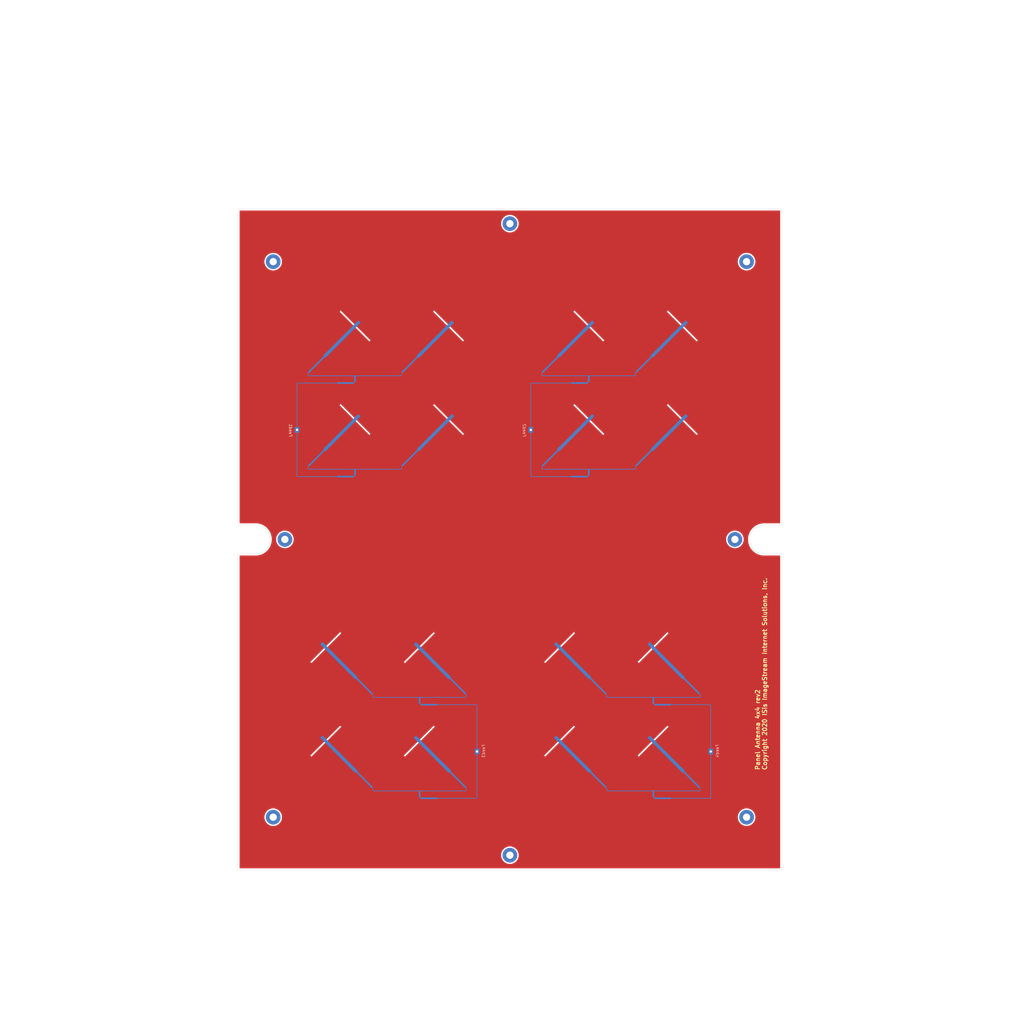
<source format=kicad_pcb>
(kicad_pcb (version 20210126) (generator pcbnew)
  (layers (0 "F.Cu" signal) (31 "B.Cu" signal) (34 "B.Paste" user) (35 "F.Paste" user) (36 "B.SilkS" user "B.Silkscreen") (37 "F.SilkS" user "F.Silkscreen") (38 "B.Mask" user) (39 "F.Mask" user) (44 "Edge.Cuts" user))
  (net 0 "")
  (net 1 "GND")
  (net 2 "/A1E3")
  (net 3 "/A1E5")
  (net 4 "/A1P1")
  (footprint "Scott-RF-JLCPCB-600um7628-2layer:Feed_5.5_Linear_ApertureCoupled" (layer "F.Cu") (at 110 150 135)
    (fp_text reference "AE5" hide)
    (fp_text value "Antenna" hide)
    (fp_rect (start -14.69 -0.5545) (end 2.178 0.5545) (layer "B.Cu") (width 0.0001) (fill solid))
    (pad "1" smd rect (at -14.1355 -0.001 135) (size 1.109 1.109) (layers "B.Cu") (net 3 "/A1E5"))
    (zone (net 0) (net_name "") (layer "F.Cu") (name "Aperture") (connect_pads (clearance 0)) (min_thickness 0.254)
      (keepout (tracks not_allowed) (vias not_allowed) (pads not_allowed) (copperpour not_allowed) (footprints not_allowed))
      (fill (thermal_gap 0.508) (thermal_bridge_width 0.508))
      (polygon (pts (xy 114.905094 144.708614) (xy 115.291386 145.094906) (xy 105.094906 155.291386) (xy 104.708614 154.905094)))
    )
  )
  (footprint "MountingHole:MountingHole_2.5mm_Pad_TopBottom" (layer "F.Cu") (at 93 5)
    (fp_text reference "H10" hide)
    (fp_text value "Mounting Hole")
    (pad "1" connect circle (at 0 0) (size 5 5) (layers "B.Cu" "B.Mask"))
    (pad "1" thru_hole circle (at 0 0) (size 2.9 2.9) (drill 2.5) (layers *.Cu *.Mask))
    (pad "1" connect circle (at 0 0) (size 5 5) (layers "F.Cu" "F.Mask"))
  )
  (footprint "MountingHole:MountingHole_2.5mm_Pad_TopBottom" (layer "F.Cu") (at 170 113)
    (fp_text reference "H12" hide)
    (fp_text value "Mounting Hole")
    (pad "1" thru_hole circle (at 0 0) (size 2.9 2.9) (drill 2.5) (layers *.Cu *.Mask))
    (pad "1" connect circle (at 0 0) (size 5 5) (layers "F.Cu" "F.Mask"))
    (pad "1" connect circle (at 0 0) (size 5 5) (layers "B.Cu" "B.Mask"))
  )
  (footprint "Scott-RF-JLCPCB-600um7628-2layer:Feed_5.5_Linear_ApertureCoupled" (layer "F.Cu") (at 72 72 45)
    (fp_text reference "AE5" hide)
    (fp_text value "Antenna" hide)
    (fp_rect (start -14.69 -0.5545) (end 2.178 0.5545) (layer "B.Cu") (width 0.0001) (fill solid))
    (pad "1" smd rect (at -14.1355 -0.001 45) (size 1.109 1.109) (layers "B.Cu") (net 3 "/A1E5"))
    (zone (net 0) (net_name "") (layer "F.Cu") (name "Aperture") (connect_pads (clearance 0)) (min_thickness 0.254)
      (keepout (tracks not_allowed) (vias not_allowed) (pads not_allowed) (copperpour not_allowed) (footprints not_allowed))
      (fill (thermal_gap 0.508) (thermal_bridge_width 0.508))
      (polygon (pts (xy 77.291386 76.905094) (xy 76.905094 77.291386) (xy 66.708614 67.094906) (xy 67.094906 66.708614)))
    )
  )
  (footprint "Scott-RF-JLCPCB-600um7628-2layer:Feed_5.5_Linear_ApertureCoupled" (layer "F.Cu") (at 62 182 135)
    (fp_text reference "AE5" hide)
    (fp_text value "Antenna" hide)
    (fp_rect (start -14.69 -0.5545) (end 2.178 0.5545) (layer "B.Cu") (width 0.0001) (fill solid))
    (pad "1" smd rect (at -14.1355 -0.001 135) (size 1.109 1.109) (layers "B.Cu") (net 3 "/A1E5"))
    (zone (net 0) (net_name "") (layer "F.Cu") (name "Aperture") (connect_pads (clearance 0)) (min_thickness 0.254)
      (keepout (tracks not_allowed) (vias not_allowed) (pads not_allowed) (copperpour not_allowed) (footprints not_allowed))
      (fill (thermal_gap 0.508) (thermal_bridge_width 0.508))
      (polygon (pts (xy 66.905094 176.708614) (xy 67.291386 177.094906) (xy 57.094906 187.291386) (xy 56.708614 186.905094)))
    )
  )
  (footprint "Scott-RF-JLCPCB-600um7628-2layer:Feed_5.5_Linear_ApertureCoupled" (layer "F.Cu") (at 120 72 45)
    (fp_text reference "AE5" hide)
    (fp_text value "Antenna" hide)
    (fp_rect (start -14.69 -0.5545) (end 2.178 0.5545) (layer "B.Cu") (width 0.0001) (fill solid))
    (pad "1" smd rect (at -14.1355 -0.001 45) (size 1.109 1.109) (layers "B.Cu") (net 3 "/A1E5"))
    (zone (net 0) (net_name "") (layer "F.Cu") (name "Aperture") (connect_pads (clearance 0)) (min_thickness 0.254)
      (keepout (tracks not_allowed) (vias not_allowed) (pads not_allowed) (copperpour not_allowed) (footprints not_allowed))
      (fill (thermal_gap 0.508) (thermal_bridge_width 0.508))
      (polygon (pts (xy 125.291386 76.905094) (xy 124.905094 77.291386) (xy 114.708614 67.094906) (xy 115.094906 66.708614)))
    )
  )
  (footprint "Scott-RF-JLCPCB-600um7628-2layer:Feed_5.5_Linear_ApertureCoupled" (layer "F.Cu") (at 30 182 135)
    (fp_text reference "AE5" hide)
    (fp_text value "Antenna" hide)
    (fp_rect (start -14.69 -0.5545) (end 2.178 0.5545) (layer "B.Cu") (width 0.0001) (fill solid))
    (pad "1" smd rect (at -14.1355 -0.001 135) (size 1.109 1.109) (layers "B.Cu") (net 3 "/A1E5"))
    (zone (net 0) (net_name "") (layer "F.Cu") (name "Aperture") (connect_pads (clearance 0)) (min_thickness 0.254)
      (keepout (tracks not_allowed) (vias not_allowed) (pads not_allowed) (copperpour not_allowed) (footprints not_allowed))
      (fill (thermal_gap 0.508) (thermal_bridge_width 0.508))
      (polygon (pts (xy 34.905094 176.708614) (xy 35.291386 177.094906) (xy 25.094906 187.291386) (xy 24.708614 186.905094)))
    )
  )
  (footprint "Scott-RF-JLCPCB-600um7628-2layer:Feed_5.5_Linear_ApertureCoupled" (layer "F.Cu") (at 72 40 45)
    (fp_text reference "AE5" hide)
    (fp_text value "Antenna" hide)
    (fp_rect (start -14.69 -0.5545) (end 2.178 0.5545) (layer "B.Cu") (width 0.0001) (fill solid))
    (pad "1" smd rect (at -14.1355 -0.001 45) (size 1.109 1.109) (layers "B.Cu") (net 3 "/A1E5"))
    (zone (net 0) (net_name "") (layer "F.Cu") (name "Aperture") (connect_pads (clearance 0)) (min_thickness 0.254)
      (keepout (tracks not_allowed) (vias not_allowed) (pads not_allowed) (copperpour not_allowed) (footprints not_allowed))
      (fill (thermal_gap 0.508) (thermal_bridge_width 0.508))
      (polygon (pts (xy 77.291386 44.905094) (xy 76.905094 45.291386) (xy 66.708614 35.094906) (xy 67.094906 34.708614)))
    )
  )
  (footprint "Scott-RF-JLCPCB-600um7628-2layer:Feed_5.5_Linear_ApertureCoupled" (layer "F.Cu") (at 40 40 45)
    (fp_text reference "AE5" hide)
    (fp_text value "Antenna" hide)
    (fp_rect (start -14.69 -0.5545) (end 2.178 0.5545) (layer "B.Cu") (width 0.0001) (fill solid))
    (pad "1" smd rect (at -14.1355 -0.001 45) (size 1.109 1.109) (layers "B.Cu") (net 3 "/A1E5"))
    (zone (net 0) (net_name "") (layer "F.Cu") (name "Aperture") (connect_pads (clearance 0)) (min_thickness 0.254)
      (keepout (tracks not_allowed) (vias not_allowed) (pads not_allowed) (copperpour not_allowed) (footprints not_allowed))
      (fill (thermal_gap 0.508) (thermal_bridge_width 0.508))
      (polygon (pts (xy 45.291386 44.905094) (xy 44.905094 45.291386) (xy 34.708614 35.094906) (xy 35.094906 34.708614)))
    )
  )
  (footprint "Scott-RF-JLCPCB-600um7628-2layer:Feed_5.5_Linear_ApertureCoupled" (layer "F.Cu") (at 30 150 135)
    (fp_text reference "AE5" hide)
    (fp_text value "Antenna" hide)
    (fp_rect (start -14.69 -0.5545) (end 2.178 0.5545) (layer "B.Cu") (width 0.0001) (fill solid))
    (pad "1" smd rect (at -14.1355 -0.001 135) (size 1.109 1.109) (layers "B.Cu") (net 3 "/A1E5"))
    (zone (net 0) (net_name "") (layer "F.Cu") (name "Aperture") (connect_pads (clearance 0)) (min_thickness 0.254)
      (keepout (tracks not_allowed) (vias not_allowed) (pads not_allowed) (copperpour not_allowed) (footprints not_allowed))
      (fill (thermal_gap 0.508) (thermal_bridge_width 0.508))
      (polygon (pts (xy 34.905094 144.708614) (xy 35.291386 145.094906) (xy 25.094906 155.291386) (xy 24.708614 154.905094)))
    )
  )
  (footprint "MountingHole:MountingHole_2.5mm_Pad_TopBottom" (layer "F.Cu") (at 174 208 90)
    (fp_text reference "H4" hide)
    (fp_text value "Mounting Hole")
    (pad "1" connect circle (at 0 0 90) (size 5 5) (layers "B.Cu" "B.Mask"))
    (pad "1" thru_hole circle (at 0 0 90) (size 2.9 2.9) (drill 2.5) (layers *.Cu *.Mask))
    (pad "1" connect circle (at 0 0 90) (size 5 5) (layers "F.Cu" "F.Mask"))
  )
  (footprint "Scott-RF-JLCPCB-600um7628-2layer:Feed_5.5_Linear_ApertureCoupled" (layer "F.Cu") (at 62 150 135)
    (fp_text reference "AE5" hide)
    (fp_text value "Antenna" hide)
    (fp_rect (start -14.69 -0.5545) (end 2.178 0.5545) (layer "B.Cu") (width 0.0001) (fill solid))
    (pad "1" smd rect (at -14.1355 -0.001 135) (size 1.109 1.109) (layers "B.Cu") (net 3 "/A1E5"))
    (zone (net 0) (net_name "") (layer "F.Cu") (name "Aperture") (connect_pads (clearance 0)) (min_thickness 0.254)
      (keepout (tracks not_allowed) (vias not_allowed) (pads not_allowed) (copperpour not_allowed) (footprints not_allowed))
      (fill (thermal_gap 0.508) (thermal_bridge_width 0.508))
      (polygon (pts (xy 66.905094 144.708614) (xy 67.291386 145.094906) (xy 57.094906 155.291386) (xy 56.708614 154.905094)))
    )
  )
  (footprint "Scott-RF-JLCPCB-600um7628-2layer:Feed_5.5_Linear_ApertureCoupled" (layer "F.Cu") (at 40 72 45)
    (fp_text reference "AE5" hide)
    (fp_text value "Antenna" hide)
    (fp_rect (start -14.69 -0.5545) (end 2.178 0.5545) (layer "B.Cu") (width 0.0001) (fill solid))
    (pad "1" smd rect (at -14.1355 -0.001 45) (size 1.109 1.109) (layers "B.Cu") (net 3 "/A1E5"))
    (zone (net 0) (net_name "") (layer "F.Cu") (name "Aperture") (connect_pads (clearance 0)) (min_thickness 0.254)
      (keepout (tracks not_allowed) (vias not_allowed) (pads not_allowed) (copperpour not_allowed) (footprints not_allowed))
      (fill (thermal_gap 0.508) (thermal_bridge_width 0.508))
      (polygon (pts (xy 45.291386 76.905094) (xy 44.905094 77.291386) (xy 34.708614 67.094906) (xy 35.094906 66.708614)))
    )
  )
  (footprint "Scott-RF-JLCPCB-600um7628-2layer:Feed_5.5_Linear_ApertureCoupled" (layer "F.Cu") (at 120 40 45)
    (fp_text reference "AE5" hide)
    (fp_text value "Antenna" hide)
    (fp_rect (start -14.69 -0.5545) (end 2.178 0.5545) (layer "B.Cu") (width 0.0001) (fill solid))
    (pad "1" smd rect (at -14.1355 -0.001 45) (size 1.109 1.109) (layers "B.Cu") (net 3 "/A1E5"))
    (zone (net 0) (net_name "") (layer "F.Cu") (name "Aperture") (connect_pads (clearance 0)) (min_thickness 0.254)
      (keepout (tracks not_allowed) (vias not_allowed) (pads not_allowed) (copperpour not_allowed) (footprints not_allowed))
      (fill (thermal_gap 0.508) (thermal_bridge_width 0.508))
      (polygon (pts (xy 125.291386 44.905094) (xy 124.905094 45.291386) (xy 114.708614 35.094906) (xy 115.094906 34.708614)))
    )
  )
  (footprint "Scott-RF-JLCPCB-600um7628-2layer:Feed_5.5_Linear_ApertureCoupled" (layer "F.Cu") (at 152 40 45)
    (fp_text reference "AE5" hide)
    (fp_text value "Antenna" hide)
    (fp_rect (start -14.69 -0.5545) (end 2.178 0.5545) (layer "B.Cu") (width 0.0001) (fill solid))
    (pad "1" smd rect (at -14.1355 -0.001 45) (size 1.109 1.109) (layers "B.Cu") (net 3 "/A1E5"))
    (zone (net 0) (net_name "") (layer "F.Cu") (name "Aperture") (connect_pads (clearance 0)) (min_thickness 0.254)
      (keepout (tracks not_allowed) (vias not_allowed) (pads not_allowed) (copperpour not_allowed) (footprints not_allowed))
      (fill (thermal_gap 0.508) (thermal_bridge_width 0.508))
      (polygon (pts (xy 157.291386 44.905094) (xy 156.905094 45.291386) (xy 146.708614 35.094906) (xy 147.094906 34.708614)))
    )
  )
  (footprint "Scott-RF-JLCPCB-600um7628-2layer:Feed_5.5_Linear_ApertureCoupled" (layer "F.Cu") (at 110 182 135)
    (fp_text reference "AE5" hide)
    (fp_text value "Antenna" hide)
    (fp_rect (start -14.69 -0.5545) (end 2.178 0.5545) (layer "B.Cu") (width 0.0001) (fill solid))
    (pad "1" smd rect (at -14.1355 -0.001 135) (size 1.109 1.109) (layers "B.Cu") (net 3 "/A1E5"))
    (zone (net 0) (net_name "") (layer "F.Cu") (name "Aperture") (connect_pads (clearance 0)) (min_thickness 0.254)
      (keepout (tracks not_allowed) (vias not_allowed) (pads not_allowed) (copperpour not_allowed) (footprints not_allowed))
      (fill (thermal_gap 0.508) (thermal_bridge_width 0.508))
      (polygon (pts (xy 114.905094 176.708614) (xy 115.291386 177.094906) (xy 105.094906 187.291386) (xy 104.708614 186.905094)))
    )
  )
  (footprint "MountingHole:MountingHole_2.5mm_Pad_TopBottom" (layer "F.Cu") (at 93 221)
    (fp_text reference "H9" hide)
    (fp_text value "Mounting Hole")
    (pad "1" connect circle (at 0 0) (size 5 5) (layers "B.Cu" "B.Mask"))
    (pad "1" thru_hole circle (at 0 0) (size 2.9 2.9) (drill 2.5) (layers *.Cu *.Mask))
    (pad "1" connect circle (at 0 0) (size 5 5) (layers "F.Cu" "F.Mask"))
  )
  (footprint "Scott-RF-JLCPCB-600um7628-2layer:Feed_5.5_Linear_ApertureCoupled" (layer "F.Cu") (at 142 182 135)
    (fp_text reference "AE5" hide)
    (fp_text value "Antenna" hide)
    (fp_rect (start -14.69 -0.5545) (end 2.178 0.5545) (layer "B.Cu") (width 0.0001) (fill solid))
    (pad "1" smd rect (at -14.1355 -0.001 135) (size 1.109 1.109) (layers "B.Cu") (net 3 "/A1E5"))
    (zone (net 0) (net_name "") (layer "F.Cu") (name "Aperture") (connect_pads (clearance 0)) (min_thickness 0.254)
      (keepout (tracks not_allowed) (vias not_allowed) (pads not_allowed) (copperpour not_allowed) (footprints not_allowed))
      (fill (thermal_gap 0.508) (thermal_bridge_width 0.508))
      (polygon (pts (xy 146.905094 176.708614) (xy 147.291386 177.094906) (xy 137.094906 187.291386) (xy 136.708614 186.905094)))
    )
  )
  (footprint "Scott-RF-JLCPCB-600um7628-2layer:Feed_5.5_Linear_ApertureCoupled" (layer "F.Cu") (at 142 150 135)
    (fp_text reference "AE5" hide)
    (fp_text value "Antenna" hide)
    (fp_rect (start -14.69 -0.5545) (end 2.178 0.5545) (layer "B.Cu") (width 0.0001) (fill solid))
    (pad "1" smd rect (at -14.1355 -0.001 135) (size 1.109 1.109) (layers "B.Cu") (net 3 "/A1E5"))
    (zone (net 0) (net_name "") (layer "F.Cu") (name "Aperture") (connect_pads (clearance 0)) (min_thickness 0.254)
      (keepout (tracks not_allowed) (vias not_allowed) (pads not_allowed) (copperpour not_allowed) (footprints not_allowed))
      (fill (thermal_gap 0.508) (thermal_bridge_width 0.508))
      (polygon (pts (xy 146.905094 144.708614) (xy 147.291386 145.094906) (xy 137.094906 155.291386) (xy 136.708614 154.905094)))
    )
  )
  (footprint "MountingHole:MountingHole_2.5mm_Pad_TopBottom" (layer "F.Cu") (at 174 18)
    (fp_text reference "H2" hide)
    (fp_text value "Mounting Hole")
    (pad "1" connect circle (at 0 0) (size 5 5) (layers "B.Cu" "B.Mask"))
    (pad "1" thru_hole circle (at 0 0) (size 2.9 2.9) (drill 2.5) (layers *.Cu *.Mask))
    (pad "1" connect circle (at 0 0) (size 5 5) (layers "F.Cu" "F.Mask"))
  )
  (footprint "MountingHole:MountingHole_2.5mm_Pad_TopBottom" (layer "F.Cu") (at 12 208)
    (fp_text reference "H3" hide)
    (fp_text value "Mounting Hole")
    (pad "1" connect circle (at 0 0) (size 5 5) (layers "F.Cu" "F.Mask"))
    (pad "1" connect circle (at 0 0) (size 5 5) (layers "B.Cu" "B.Mask"))
    (pad "1" thru_hole circle (at 0 0) (size 2.9 2.9) (drill 2.5) (layers *.Cu *.Mask))
  )
  (footprint "MountingHole:MountingHole_2.5mm_Pad_TopBottom" (layer "F.Cu") (at 12 18)
    (fp_text reference "H1" hide)
    (fp_text value "Mounting Hole")
    (pad "1" connect circle (at 0 0) (size 5 5) (layers "F.Cu" "F.Mask"))
    (pad "1" thru_hole circle (at 0 0) (size 2.9 2.9) (drill 2.5) (layers *.Cu *.Mask))
    (pad "1" connect circle (at 0 0) (size 5 5) (layers "B.Cu" "B.Mask"))
  )
  (footprint "MountingHole:MountingHole_2.5mm_Pad_TopBottom" (layer "F.Cu") (at 16 113)
    (fp_text reference "H11" hide)
    (fp_text value "Mounting Hole")
    (pad "1" connect circle (at 0 0) (size 5 5) (layers "B.Cu" "B.Mask"))
    (pad "1" connect circle (at 0 0) (size 5 5) (layers "F.Cu" "F.Mask"))
    (pad "1" thru_hole circle (at 0 0) (size 2.9 2.9) (drill 2.5) (layers *.Cu *.Mask))
  )
  (footprint "Scott-RF-JLCPCB-600um7628-2layer:Feed_5.5_Linear_ApertureCoupled" (layer "F.Cu") (at 152 72 45)
    (fp_text reference "AE5" hide)
    (fp_text value "Antenna" hide)
    (fp_rect (start -14.69 -0.5545) (end 2.178 0.5545) (layer "B.Cu") (width 0.0001) (fill solid))
    (pad "1" smd rect (at -14.1355 -0.001 45) (size 1.109 1.109) (layers "B.Cu") (net 3 "/A1E5"))
    (zone (net 0) (net_name "") (layer "F.Cu") (name "Aperture") (connect_pads (clearance 0)) (min_thickness 0.254)
      (keepout (tracks not_allowed) (vias not_allowed) (pads not_allowed) (copperpour not_allowed) (footprints not_allowed))
      (fill (thermal_gap 0.508) (thermal_bridge_width 0.508))
      (polygon (pts (xy 157.291386 76.905094) (xy 156.905094 77.291386) (xy 146.708614 67.094906) (xy 147.094906 66.708614)))
    )
  )
  (footprint "Scott-RF-JLCPCB-600um7628-2layer:RF-Angle-100ohm" (layer "B.Cu") (at 78.106975 199.024025)
    (fp_text reference "REF**" hide)
    (fp_text value "RF-Angle-100ohm" hide)
    (fp_poly (pts (xy 0.111 -0.182) (xy 0.111 -0.376) (xy -0.111 -0.376) (xy -0.111 -0.111) (xy -0.376 -0.111) (xy -0.376 0.111) (xy -0.177 0.111)) (layer "B.Cu") (width 0.0001) (fill solid))
    (pad "1" connect rect (at -0.32 0) (size 0.111 0.222) (layers "B.Cu"))
    (pad "2" connect rect (at 0 -0.32) (size 0.222 0.111) (layers "B.Cu"))
  )
  (footprint "Scott-RF-JLCPCB-600um7628-2layer:RF-Angle-100ohm" (layer "B.Cu") (at 161.746025 201.531)
    (fp_text reference "REF**" hide)
    (fp_text value "RF-Angle-100ohm" hide)
    (fp_poly (pts (xy 0.111 -0.182) (xy 0.111 -0.376) (xy -0.111 -0.376) (xy -0.111 -0.111) (xy -0.376 -0.111) (xy -0.376 0.111) (xy -0.177 0.111)) (layer "B.Cu") (width 0.0001) (fill solid))
    (pad "1" connect rect (at -0.32 0) (size 0.111 0.222) (layers "B.Cu"))
    (pad "2" connect rect (at 0 -0.32) (size 0.222 0.111) (layers "B.Cu"))
  )
  (footprint "Scott-RF-JLCPCB-600um7628-2layer:RF-Angle-100ohm" (layer "B.Cu") (at 103.999975 57.010025 -90)
    (fp_text reference "REF**" hide)
    (fp_text value "RF-Angle-100ohm" hide)
    (fp_poly (pts (xy 0.111 -0.182) (xy 0.111 -0.376) (xy -0.111 -0.376) (xy -0.111 -0.111) (xy -0.376 -0.111) (xy -0.376 0.111) (xy -0.177 0.111)) (layer "B.Cu") (width 0.0001) (fill solid))
    (pad "1" connect rect (at -0.32 0 270) (size 0.111 0.222) (layers "B.Cu"))
    (pad "2" connect rect (at 0 -0.32 270) (size 0.222 0.111) (layers "B.Cu"))
  )
  (footprint "Scott-RF-JLCPCB-600um7628-2layer:RF-Transformer-70.71ohm-Right" (layer "B.Cu") (at 62.106975 201.531)
    (fp_text reference "REF**" hide)
    (fp_text value "RF-Transformer-70.71ohm-Right" hide)
    (fp_poly (pts (xy 5.92 -0.277) (xy 5.92 0.277) (xy 0.506 0.277) (xy -0.049 -0.277) (xy 0.277 -0.277)) (layer "B.Cu") (width 0.0001) (fill solid))
    (fp_poly (pts (xy -0.277 -0.506) (xy -0.277 -2.395727) (xy 0.277 -2.395727) (xy 0.277 -0.277) (xy -0.049 -0.277)) (layer "B.Cu") (width 0.0001) (fill solid))
    (pad "1" smd rect (at 5.642 0.001) (size 0.553 0.553) (layers "B.Cu"))
    (pad "2" smd rect (at 0 -2.1192) (size 0.553 0.553) (layers "B.Cu"))
  )
  (footprint "Scott-RF-JLCPCB-600um7628-2layer:RF-Transformer-70.71ohm-Straight" (layer "B.Cu") (at 61.41 82.57 45)
    (fp_text reference "REF**" hide)
    (fp_text value "RF-Transformer-70.71ohm-Straight" hide)
    (fp_poly (pts (xy -7.364 -0.277) (xy -7.364 0.277) (xy 0.277 0.277) (xy 0.277 -0.277)) (layer "B.Cu") (width 0.0001) (fill solid))
    (pad "1" smd rect (at -7.0875 0 45) (size 0.553 0.553) (layers "B.Cu"))
    (pad "2" smd rect (at 0 0 45) (size 0.553 0.553) (layers "B.Cu") (net 3 "/A1E5"))
  )
  (footprint "Scott-RF-JLCPCB-600um7628-2layer:RF-Angle-100ohm" (layer "B.Cu") (at 158.106975 199.024025)
    (fp_text reference "REF**" hide)
    (fp_text value "RF-Angle-100ohm" hide)
    (fp_poly (pts (xy 0.111 -0.182) (xy 0.111 -0.376) (xy -0.111 -0.376) (xy -0.111 -0.111) (xy -0.376 -0.111) (xy -0.376 0.111) (xy -0.177 0.111)) (layer "B.Cu") (width 0.0001) (fill solid))
    (pad "1" connect rect (at -0.32 0) (size 0.111 0.222) (layers "B.Cu"))
    (pad "2" connect rect (at 0 -0.32) (size 0.222 0.111) (layers "B.Cu"))
  )
  (footprint "Scott-RF-JLCPCB-600um7628-2layer:RF-Transformer-70.71ohm-Straight" (layer "B.Cu") (at 120.602 192.561 135)
    (fp_text reference "REF**" hide)
    (fp_text value "RF-Transformer-70.71ohm-Straight" hide)
    (fp_poly (pts (xy -7.364 -0.277) (xy -7.364 0.277) (xy 0.277 0.277) (xy 0.277 -0.277)) (layer "B.Cu") (width 0.0001) (fill solid))
    (pad "1" smd rect (at -7.0875 0 135) (size 0.553 0.553) (layers "B.Cu"))
    (pad "2" smd rect (at 0 0 135) (size 0.553 0.553) (layers "B.Cu") (net 3 "/A1E5"))
  )
  (footprint "Scott-RF-JLCPCB-600um7628-2layer:RF-Angle-100ohm" (layer "B.Cu") (at 158.106975 167.024025)
    (fp_text reference "REF**" hide)
    (fp_text value "RF-Angle-100ohm" hide)
    (fp_poly (pts (xy 0.111 -0.182) (xy 0.111 -0.376) (xy -0.111 -0.376) (xy -0.111 -0.111) (xy -0.376 -0.111) (xy -0.376 0.111) (xy -0.177 0.111)) (layer "B.Cu") (width 0.0001) (fill solid))
    (pad "1" connect rect (at -0.32 0) (size 0.111 0.222) (layers "B.Cu"))
    (pad "2" connect rect (at 0 -0.32) (size 0.222 0.111) (layers "B.Cu"))
  )
  (footprint "Scott-RF-JLCPCB-600um7628-2layer:RF-Angle-100ohm" (layer "B.Cu") (at 103.999975 89.010025 -90)
    (fp_text reference "REF**" hide)
    (fp_text value "RF-Angle-100ohm" hide)
    (fp_poly (pts (xy 0.111 -0.182) (xy 0.111 -0.376) (xy -0.111 -0.376) (xy -0.111 -0.111) (xy -0.376 -0.111) (xy -0.376 0.111) (xy -0.177 0.111)) (layer "B.Cu") (width 0.0001) (fill solid))
    (pad "1" connect rect (at -0.32 0 270) (size 0.111 0.222) (layers "B.Cu"))
    (pad "2" connect rect (at 0 -0.32 270) (size 0.222 0.111) (layers "B.Cu"))
  )
  (footprint "Scott-RF-JLCPCB-600um7628-2layer:RF-Transformer-70.71ohm-Right" (layer "B.Cu") (at 142.106975 201.531)
    (fp_text reference "REF**" hide)
    (fp_text value "RF-Transformer-70.71ohm-Right" hide)
    (fp_poly (pts (xy 5.92 -0.277) (xy 5.92 0.277) (xy 0.506 0.277) (xy -0.049 -0.277) (xy 0.277 -0.277)) (layer "B.Cu") (width 0.0001) (fill solid))
    (fp_poly (pts (xy -0.277 -0.506) (xy -0.277 -2.395727) (xy 0.277 -2.395727) (xy 0.277 -0.277) (xy -0.049 -0.277)) (layer "B.Cu") (width 0.0001) (fill solid))
    (pad "1" smd rect (at 5.642 0.001) (size 0.553 0.553) (layers "B.Cu"))
    (pad "2" smd rect (at 0 -2.1192) (size 0.553 0.553) (layers "B.Cu"))
  )
  (footprint "Scott-RF-JLCPCB-600um7628-2layer:RF-Transformer-70.71ohm-Straight" (layer "B.Cu") (at 109.41 82.57 45)
    (fp_text reference "REF**" hide)
    (fp_text value "RF-Transformer-70.71ohm-Straight" hide)
    (fp_poly (pts (xy -7.364 -0.277) (xy -7.364 0.277) (xy 0.277 0.277) (xy 0.277 -0.277)) (layer "B.Cu") (width 0.0001) (fill solid))
    (pad "1" smd rect (at -7.0875 0 45) (size 0.553 0.553) (layers "B.Cu"))
    (pad "2" smd rect (at 0 0 45) (size 0.553 0.553) (layers "B.Cu") (net 3 "/A1E5"))
  )
  (footprint "Scott-RF-JLCPCB-600um7628-2layer:RF-Transformer-70.71ohm-Straight" (layer "B.Cu") (at 152.602 160.561 135)
    (fp_text reference "REF**" hide)
    (fp_text value "RF-Transformer-70.71ohm-Straight" hide)
    (fp_poly (pts (xy -7.364 -0.277) (xy -7.364 0.277) (xy 0.277 0.277) (xy 0.277 -0.277)) (layer "B.Cu") (width 0.0001) (fill solid))
    (pad "1" smd rect (at -7.0875 0 135) (size 0.553 0.553) (layers "B.Cu"))
    (pad "2" smd rect (at 0 0 135) (size 0.553 0.553) (layers "B.Cu") (net 3 "/A1E5"))
  )
  (footprint "Scott-RF-JLCPCB-600um7628-2layer:RF-Transformer-70.71ohm" (layer "B.Cu") (at 39.999975 59.516)
    (fp_text reference "REF**" hide)
    (fp_text value "RF-Transformer-70.71ohm" hide)
    (fp_poly (pts (xy 0.277 -0.506) (xy 0.277 -2.395727) (xy -0.277 -2.395727) (xy -0.277 -0.277) (xy 0.049 -0.277)) (layer "B.Cu") (width 0.0001) (fill solid))
    (fp_poly (pts (xy -5.92 -0.277) (xy -5.92 0.277) (xy -0.506 0.277) (xy 0.049 -0.277) (xy -0.277 -0.277)) (layer "B.Cu") (width 0.0001) (fill solid))
    (pad "1" smd rect (at -5.643 0) (size 0.553 0.553) (layers "B.Cu"))
    (pad "2" smd rect (at 0 -2.1192) (size 0.553 0.553) (layers "B.Cu"))
  )
  (footprint "Scott:Flat_Ant_Hole" (layer "B.Cu") (at 161.746025 185.531 90)
    (fp_text reference "Feed4" (at 0.175 2.23 90 unlocked) (layer "B.SilkS") (effects (justify mirror)))
    (fp_text value "Feed4")
    (pad "" np_thru_hole circle (at 0 0 90) (size 1.565 1.565) (drill 0.8) (layers "B.Cu" "B.Mask") (net 4 "/A1P1"))
    (pad "1" smd custom (at 0 0 90) (size 1.524 1.524) (layers "B.Cu") (net 4 "/A1P1") (options (clearance outline) (anchor circle)) (primitives (gr_poly (pts (xy 0.997704 0.78249) (xy 0.997704 -0.781621) (xy -1.001585 -0.78162) (xy -1.001585 0.78249)) (width 0.0001) (fill yes))))
    (pad "2" smd circle (at 0 0 90) (size 10 10) (layers "F.Cu") (net 1 "GND"))
  )
  (footprint "Scott-RF-JLCPCB-600um7628-2layer:RF-Angle-100ohm" (layer "B.Cu") (at 55.999975 89.010025)
    (fp_text reference "REF**" hide)
    (fp_text value "RF-Angle-100ohm" hide)
    (fp_poly (pts (xy 0.111 -0.182) (xy 0.111 -0.376) (xy -0.111 -0.376) (xy -0.111 -0.111) (xy -0.376 -0.111) (xy -0.376 0.111) (xy -0.177 0.111)) (layer "B.Cu") (width 0.0001) (fill solid))
    (pad "1" connect rect (at -0.32 0) (size 0.111 0.222) (layers "B.Cu"))
    (pad "2" connect rect (at 0 -0.32) (size 0.222 0.111) (layers "B.Cu"))
  )
  (footprint "Scott-RF-JLCPCB-600um7628-2layer:RF-Angle-100ohm" (layer "B.Cu") (at 23.999975 89.010025 -90)
    (fp_text reference "REF**" hide)
    (fp_text value "RF-Angle-100ohm" hide)
    (fp_poly (pts (xy 0.111 -0.182) (xy 0.111 -0.376) (xy -0.111 -0.376) (xy -0.111 -0.111) (xy -0.376 -0.111) (xy -0.376 0.111) (xy -0.177 0.111)) (layer "B.Cu") (width 0.0001) (fill solid))
    (pad "1" connect rect (at -0.32 0 270) (size 0.111 0.222) (layers "B.Cu"))
    (pad "2" connect rect (at 0 -0.32 270) (size 0.222 0.111) (layers "B.Cu"))
  )
  (footprint "Scott-RF-JLCPCB-600um7628-2layer:RF-Transformer-70.71ohm-Right" (layer "B.Cu") (at 142.106975 169.531)
    (fp_text reference "REF**" hide)
    (fp_text value "RF-Transformer-70.71ohm-Right" hide)
    (fp_poly (pts (xy 5.92 -0.277) (xy 5.92 0.277) (xy 0.506 0.277) (xy -0.049 -0.277) (xy 0.277 -0.277)) (layer "B.Cu") (width 0.0001) (fill solid))
    (fp_poly (pts (xy -0.277 -0.506) (xy -0.277 -2.395727) (xy 0.277 -2.395727) (xy 0.277 -0.277) (xy -0.049 -0.277)) (layer "B.Cu") (width 0.0001) (fill solid))
    (pad "1" smd rect (at 5.642 0.001) (size 0.553 0.553) (layers "B.Cu"))
    (pad "2" smd rect (at 0 -2.1192) (size 0.553 0.553) (layers "B.Cu"))
  )
  (footprint "Scott-RF-JLCPCB-600um7628-2layer:RF-Angle-100ohm" (layer "B.Cu") (at 100.153975 91.516 -90)
    (fp_text reference "REF**" hide)
    (fp_text value "RF-Angle-100ohm" hide)
    (fp_poly (pts (xy 0.111 -0.182) (xy 0.111 -0.376) (xy -0.111 -0.376) (xy -0.111 -0.111) (xy -0.376 -0.111) (xy -0.376 0.111) (xy -0.177 0.111)) (layer "B.Cu") (width 0.0001) (fill solid))
    (pad "1" connect rect (at -0.32 0 270) (size 0.111 0.222) (layers "B.Cu"))
    (pad "2" connect rect (at 0 -0.32 270) (size 0.222 0.111) (layers "B.Cu"))
  )
  (footprint "Scott-RF-JLCPCB-600um7628-2layer:RF-Transformer-70.71ohm-Straight" (layer "B.Cu") (at 40.602 160.561 135)
    (fp_text reference "REF**" hide)
    (fp_text value "RF-Transformer-70.71ohm-Straight" hide)
    (fp_poly (pts (xy -7.364 -0.277) (xy -7.364 0.277) (xy 0.277 0.277) (xy 0.277 -0.277)) (layer "B.Cu") (width 0.0001) (fill solid))
    (pad "1" smd rect (at -7.0875 0 135) (size 0.553 0.553) (layers "B.Cu"))
    (pad "2" smd rect (at 0 0 135) (size 0.553 0.553) (layers "B.Cu") (net 3 "/A1E5"))
  )
  (footprint "Scott-RF-JLCPCB-600um7628-2layer:RF-Transformer-70.71ohm-Straight" (layer "B.Cu") (at 29.41 50.57 45)
    (fp_text reference "REF**" hide)
    (fp_text value "RF-Transformer-70.71ohm-Straight" hide)
    (fp_poly (pts (xy -7.364 -0.277) (xy -7.364 0.277) (xy 0.277 0.277) (xy 0.277 -0.277)) (layer "B.Cu") (width 0.0001) (fill solid))
    (pad "1" smd rect (at -7.0875 0 45) (size 0.553 0.553) (layers "B.Cu"))
    (pad "2" smd rect (at 0 0 45) (size 0.553 0.553) (layers "B.Cu") (net 3 "/A1E5"))
  )
  (footprint "Scott-RF-JLCPCB-600um7628-2layer:RF-Angle-100ohm" (layer "B.Cu") (at 126.106975 199.024025 -90)
    (fp_text reference "REF**" hide)
    (fp_text value "RF-Angle-100ohm" hide)
    (fp_poly (pts (xy 0.111 -0.182) (xy 0.111 -0.376) (xy -0.111 -0.376) (xy -0.111 -0.111) (xy -0.376 -0.111) (xy -0.376 0.111) (xy -0.177 0.111)) (layer "B.Cu") (width 0.0001) (fill solid))
    (pad "1" connect rect (at -0.32 0 270) (size 0.111 0.222) (layers "B.Cu"))
    (pad "2" connect rect (at 0 -0.32 270) (size 0.222 0.111) (layers "B.Cu"))
  )
  (footprint "Scott-RF-JLCPCB-600um7628-2layer:RF-Angle-100ohm" (layer "B.Cu") (at 23.999975 57.010025 -90)
    (fp_text reference "REF**" hide)
    (fp_text value "RF-Angle-100ohm" hide)
    (fp_poly (pts (xy 0.111 -0.182) (xy 0.111 -0.376) (xy -0.111 -0.376) (xy -0.111 -0.111) (xy -0.376 -0.111) (xy -0.376 0.111) (xy -0.177 0.111)) (layer "B.Cu") (width 0.0001) (fill solid))
    (pad "1" connect rect (at -0.32 0 270) (size 0.111 0.222) (layers "B.Cu"))
    (pad "2" connect rect (at 0 -0.32 270) (size 0.222 0.111) (layers "B.Cu"))
  )
  (footprint "Scott-RF-JLCPCB-600um7628-2layer:RF-Transformer-70.71ohm-Straight" (layer "B.Cu") (at 120.602 160.561 135)
    (fp_text reference "REF**" hide)
    (fp_text value "RF-Transformer-70.71ohm-Straight" hide)
    (fp_poly (pts (xy -7.364 -0.277) (xy -7.364 0.277) (xy 0.277 0.277) (xy 0.277 -0.277)) (layer "B.Cu") (width 0.0001) (fill solid))
    (pad "1" smd rect (at -7.0875 0 135) (size 0.553 0.553) (layers "B.Cu"))
    (pad "2" smd rect (at 0 0 135) (size 0.553 0.553) (layers "B.Cu") (net 3 "/A1E5"))
  )
  (footprint "Scott-RF-JLCPCB-600um7628-2layer:RF-Transformer-70.71ohm" (layer "B.Cu") (at 39.999975 91.516)
    (fp_text reference "REF**" hide)
    (fp_text value "RF-Transformer-70.71ohm" hide)
    (fp_poly (pts (xy 0.277 -0.506) (xy 0.277 -2.395727) (xy -0.277 -2.395727) (xy -0.277 -0.277) (xy 0.049 -0.277)) (layer "B.Cu") (width 0.0001) (fill solid))
    (fp_poly (pts (xy -5.92 -0.277) (xy -5.92 0.277) (xy -0.506 0.277) (xy 0.049 -0.277) (xy -0.277 -0.277)) (layer "B.Cu") (width 0.0001) (fill solid))
    (pad "1" smd rect (at -5.643 0) (size 0.553 0.553) (layers "B.Cu"))
    (pad "2" smd rect (at 0 -2.1192) (size 0.553 0.553) (layers "B.Cu"))
  )
  (footprint "Scott:Flat_Ant_Hole" (layer "B.Cu") (at 20.153975 75.516 -90)
    (fp_text reference "Feed1" (at 0.165 2.23 -90 unlocked) (layer "B.SilkS") (effects (justify mirror)))
    (fp_text value "Feed1")
    (fp_text user "${REFERENCE}" (at 0.165 2.23 -90 unlocked) (layer "B.SilkS") (effects (justify mirror)))
    (pad "" np_thru_hole circle (at 0 0 270) (size 1.565 1.565) (drill 0.8) (layers "B.Cu" "B.Mask") (net 4 "/A1P1"))
    (pad "1" smd custom (at 0 0 270) (size 1.524 1.524) (layers "B.Cu") (net 4 "/A1P1") (options (clearance outline) (anchor circle)) (primitives (gr_poly (pts (xy 0.997704 0.78249) (xy 0.997704 -0.781621) (xy -1.001585 -0.78162) (xy -1.001585 0.78249)) (width 0.0001) (fill yes))))
    (pad "2" smd circle (at 0 0 270) (size 10 10) (layers "F.Cu") (net 1 "GND"))
  )
  (footprint "Scott-RF-JLCPCB-600um7628-2layer:RF-Angle-100ohm" (layer "B.Cu") (at 46.106975 199.024025 -90)
    (fp_text reference "REF**" hide)
    (fp_text value "RF-Angle-100ohm" hide)
    (fp_poly (pts (xy 0.111 -0.182) (xy 0.111 -0.376) (xy -0.111 -0.376) (xy -0.111 -0.111) (xy -0.376 -0.111) (xy -0.376 0.111) (xy -0.177 0.111)) (layer "B.Cu") (width 0.0001) (fill solid))
    (pad "1" connect rect (at -0.32 0 270) (size 0.111 0.222) (layers "B.Cu"))
    (pad "2" connect rect (at 0 -0.32 270) (size 0.222 0.111) (layers "B.Cu"))
  )
  (footprint "Scott-RF-JLCPCB-600um7628-2layer:RF-Angle-100ohm" (layer "B.Cu") (at 161.746025 169.531 90)
    (fp_text reference "REF**" hide)
    (fp_text value "RF-Angle-100ohm" hide)
    (fp_poly (pts (xy 0.111 -0.182) (xy 0.111 -0.376) (xy -0.111 -0.376) (xy -0.111 -0.111) (xy -0.376 -0.111) (xy -0.376 0.111) (xy -0.177 0.111)) (layer "B.Cu") (width 0.0001) (fill solid))
    (pad "1" connect rect (at -0.32 0 90) (size 0.111 0.222) (layers "B.Cu"))
    (pad "2" connect rect (at 0 -0.32 90) (size 0.222 0.111) (layers "B.Cu"))
  )
  (footprint "Scott-RF-JLCPCB-600um7628-2layer:RF-Angle-100ohm" (layer "B.Cu") (at 126.106975 167.024025 -90)
    (fp_text reference "REF**" hide)
    (fp_text value "RF-Angle-100ohm" hide)
    (fp_poly (pts (xy 0.111 -0.182) (xy 0.111 -0.376) (xy -0.111 -0.376) (xy -0.111 -0.111) (xy -0.376 -0.111) (xy -0.376 0.111) (xy -0.177 0.111)) (layer "B.Cu") (width 0.0001) (fill solid))
    (pad "1" connect rect (at -0.32 0 270) (size 0.111 0.222) (layers "B.Cu"))
    (pad "2" connect rect (at 0 -0.32 270) (size 0.222 0.111) (layers "B.Cu"))
  )
  (footprint "Scott-RF-JLCPCB-600um7628-2layer:RF-Angle-100ohm" (layer "B.Cu") (at 100.153975 59.516 180)
    (fp_text reference "REF**" hide)
    (fp_text value "RF-Angle-100ohm" hide)
    (fp_poly (pts (xy 0.111 -0.182) (xy 0.111 -0.376) (xy -0.111 -0.376) (xy -0.111 -0.111) (xy -0.376 -0.111) (xy -0.376 0.111) (xy -0.177 0.111)) (layer "B.Cu") (width 0.0001) (fill solid))
    (pad "1" connect rect (at -0.32 0 180) (size 0.111 0.222) (layers "B.Cu"))
    (pad "2" connect rect (at 0 -0.32 180) (size 0.222 0.111) (layers "B.Cu"))
  )
  (footprint "Scott-RF-JLCPCB-600um7628-2layer:RF-Angle-100ohm" (layer "B.Cu") (at 81.746025 169.531 90)
    (fp_text reference "REF**" hide)
    (fp_text value "RF-Angle-100ohm" hide)
    (fp_poly (pts (xy 0.111 -0.182) (xy 0.111 -0.376) (xy -0.111 -0.376) (xy -0.111 -0.111) (xy -0.376 -0.111) (xy -0.376 0.111) (xy -0.177 0.111)) (layer "B.Cu") (width 0.0001) (fill solid))
    (pad "1" connect rect (at -0.32 0 90) (size 0.111 0.222) (layers "B.Cu"))
    (pad "2" connect rect (at 0 -0.32 90) (size 0.222 0.111) (layers "B.Cu"))
  )
  (footprint "Scott-RF-JLCPCB-600um7628-2layer:RF-Transformer-70.71ohm" (layer "B.Cu") (at 119.999975 59.516)
    (fp_text reference "REF**" hide)
    (fp_text value "RF-Transformer-70.71ohm" hide)
    (fp_poly (pts (xy -5.92 -0.277) (xy -5.92 0.277) (xy -0.506 0.277) (xy 0.049 -0.277) (xy -0.277 -0.277)) (layer "B.Cu") (width 0.0001) (fill solid))
    (fp_poly (pts (xy 0.277 -0.506) (xy 0.277 -2.395727) (xy -0.277 -2.395727) (xy -0.277 -0.277) (xy 0.049 -0.277)) (layer "B.Cu") (width 0.0001) (fill solid))
    (pad "1" smd rect (at -5.643 0) (size 0.553 0.553) (layers "B.Cu"))
    (pad "2" smd rect (at 0 -2.1192) (size 0.553 0.553) (layers "B.Cu"))
  )
  (footprint "Scott-RF-JLCPCB-600um7628-2layer:RF-Angle-100ohm" (layer "B.Cu") (at 81.746025 201.531)
    (fp_text reference "REF**" hide)
    (fp_text value "RF-Angle-100ohm" hide)
    (fp_poly (pts (xy 0.111 -0.182) (xy 0.111 -0.376) (xy -0.111 -0.376) (xy -0.111 -0.111) (xy -0.376 -0.111) (xy -0.376 0.111) (xy -0.177 0.111)) (layer "B.Cu") (width 0.0001) (fill solid))
    (pad "1" connect rect (at -0.32 0) (size 0.111 0.222) (layers "B.Cu"))
    (pad "2" connect rect (at 0 -0.32) (size 0.222 0.111) (layers "B.Cu"))
  )
  (footprint "Scott-RF-JLCPCB-600um7628-2layer:RF-Angle-100ohm" (layer "B.Cu") (at 55.999975 57.010025)
    (fp_text reference "REF**" hide)
    (fp_text value "RF-Angle-100ohm" hide)
    (fp_poly (pts (xy 0.111 -0.182) (xy 0.111 -0.376) (xy -0.111 -0.376) (xy -0.111 -0.111) (xy -0.376 -0.111) (xy -0.376 0.111) (xy -0.177 0.111)) (layer "B.Cu") (width 0.0001) (fill solid))
    (pad "1" connect rect (at -0.32 0) (size 0.111 0.222) (layers "B.Cu"))
    (pad "2" connect rect (at 0 -0.32) (size 0.222 0.111) (layers "B.Cu"))
  )
  (footprint "Scott-RF-JLCPCB-600um7628-2layer:RF-Angle-100ohm" (layer "B.Cu") (at 20.153975 91.516 -90)
    (fp_text reference "REF**" hide)
    (fp_text value "RF-Angle-100ohm" hide)
    (fp_poly (pts (xy 0.111 -0.182) (xy 0.111 -0.376) (xy -0.111 -0.376) (xy -0.111 -0.111) (xy -0.376 -0.111) (xy -0.376 0.111) (xy -0.177 0.111)) (layer "B.Cu") (width 0.0001) (fill solid))
    (pad "1" connect rect (at -0.32 0 270) (size 0.111 0.222) (layers "B.Cu"))
    (pad "2" connect rect (at 0 -0.32 270) (size 0.222 0.111) (layers "B.Cu"))
  )
  (footprint "Scott-RF-JLCPCB-600um7628-2layer:RF-Angle-100ohm" (layer "B.Cu") (at 135.999975 57.010025)
    (fp_text reference "REF**" hide)
    (fp_text value "RF-Angle-100ohm" hide)
    (fp_poly (pts (xy 0.111 -0.182) (xy 0.111 -0.376) (xy -0.111 -0.376) (xy -0.111 -0.111) (xy -0.376 -0.111) (xy -0.376 0.111) (xy -0.177 0.111)) (layer "B.Cu") (width 0.0001) (fill solid))
    (pad "1" connect rect (at -0.32 0) (size 0.111 0.222) (layers "B.Cu"))
    (pad "2" connect rect (at 0 -0.32) (size 0.222 0.111) (layers "B.Cu"))
  )
  (footprint "Scott-RF-JLCPCB-600um7628-2layer:RF-Transformer-70.71ohm-Straight" (layer "B.Cu") (at 109.41 50.57 45)
    (fp_text reference "REF**" hide)
    (fp_text value "RF-Transformer-70.71ohm-Straight" hide)
    (fp_poly (pts (xy -7.364 -0.277) (xy -7.364 0.277) (xy 0.277 0.277) (xy 0.277 -0.277)) (layer "B.Cu") (width 0.0001) (fill solid))
    (pad "1" smd rect (at -7.0875 0 45) (size 0.553 0.553) (layers "B.Cu"))
    (pad "2" smd rect (at 0 0 45) (size 0.553 0.553) (layers "B.Cu") (net 3 "/A1E5"))
  )
  (footprint "Scott-RF-JLCPCB-600um7628-2layer:RF-Angle-100ohm" (layer "B.Cu") (at 135.999975 89.010025)
    (fp_text reference "REF**" hide)
    (fp_text value "RF-Angle-100ohm" hide)
    (fp_poly (pts (xy 0.111 -0.182) (xy 0.111 -0.376) (xy -0.111 -0.376) (xy -0.111 -0.111) (xy -0.376 -0.111) (xy -0.376 0.111) (xy -0.177 0.111)) (layer "B.Cu") (width 0.0001) (fill solid))
    (pad "1" connect rect (at -0.32 0) (size 0.111 0.222) (layers "B.Cu"))
    (pad "2" connect rect (at 0 -0.32) (size 0.222 0.111) (layers "B.Cu"))
  )
  (footprint "Scott-RF-JLCPCB-600um7628-2layer:RF-Transformer-70.71ohm-Straight" (layer "B.Cu") (at 152.602 192.561 135)
    (fp_text reference "REF**" hide)
    (fp_text value "RF-Transformer-70.71ohm-Straight" hide)
    (fp_poly (pts (xy -7.364 -0.277) (xy -7.364 0.277) (xy 0.277 0.277) (xy 0.277 -0.277)) (layer "B.Cu") (width 0.0001) (fill solid))
    (pad "1" smd rect (at -7.0875 0 135) (size 0.553 0.553) (layers "B.Cu"))
    (pad "2" smd rect (at 0 0 135) (size 0.553 0.553) (layers "B.Cu") (net 3 "/A1E5"))
  )
  (footprint "Scott-RF-JLCPCB-600um7628-2layer:RF-Transformer-70.71ohm-Right" (layer "B.Cu") (at 62.106975 169.531)
    (fp_text reference "REF**" hide)
    (fp_text value "RF-Transformer-70.71ohm-Right" hide)
    (fp_poly (pts (xy 5.92 -0.277) (xy 5.92 0.277) (xy 0.506 0.277) (xy -0.049 -0.277) (xy 0.277 -0.277)) (layer "B.Cu") (width 0.0001) (fill solid))
    (fp_poly (pts (xy -0.277 -0.506) (xy -0.277 -2.395727) (xy 0.277 -2.395727) (xy 0.277 -0.277) (xy -0.049 -0.277)) (layer "B.Cu") (width 0.0001) (fill solid))
    (pad "1" smd rect (at 5.642 0.001) (size 0.553 0.553) (layers "B.Cu"))
    (pad "2" smd rect (at 0 -2.1192) (size 0.553 0.553) (layers "B.Cu"))
  )
  (footprint "Scott-RF-JLCPCB-600um7628-2layer:RF-Transformer-70.71ohm-Straight" (layer "B.Cu") (at 40.602 192.561 135)
    (fp_text reference "REF**" hide)
    (fp_text value "RF-Transformer-70.71ohm-Straight" hide)
    (fp_poly (pts (xy -7.364 -0.277) (xy -7.364 0.277) (xy 0.277 0.277) (xy 0.277 -0.277)) (layer "B.Cu") (width 0.0001) (fill solid))
    (pad "1" smd rect (at -7.0875 0 135) (size 0.553 0.553) (layers "B.Cu"))
    (pad "2" smd rect (at 0 0 135) (size 0.553 0.553) (layers "B.Cu") (net 3 "/A1E5"))
  )
  (footprint "Scott-RF-JLCPCB-600um7628-2layer:RF-Transformer-70.71ohm-Straight" (layer "B.Cu") (at 141.41 50.57 45)
    (fp_text reference "REF**" hide)
    (fp_text value "RF-Transformer-70.71ohm-Straight" hide)
    (fp_poly (pts (xy -7.364 -0.277) (xy -7.364 0.277) (xy 0.277 0.277) (xy 0.277 -0.277)) (layer "B.Cu") (width 0.0001) (fill solid))
    (pad "1" smd rect (at -7.0875 0 45) (size 0.553 0.553) (layers "B.Cu"))
    (pad "2" smd rect (at 0 0 45) (size 0.553 0.553) (layers "B.Cu") (net 3 "/A1E5"))
  )
  (footprint "Scott-RF-JLCPCB-600um7628-2layer:RF-Transformer-70.71ohm" (layer "B.Cu") (at 119.999975 91.516)
    (fp_text reference "REF**" hide)
    (fp_text value "RF-Transformer-70.71ohm" hide)
    (fp_poly (pts (xy -5.92 -0.277) (xy -5.92 0.277) (xy -0.506 0.277) (xy 0.049 -0.277) (xy -0.277 -0.277)) (layer "B.Cu") (width 0.0001) (fill solid))
    (fp_poly (pts (xy 0.277 -0.506) (xy 0.277 -2.395727) (xy -0.277 -2.395727) (xy -0.277 -0.277) (xy 0.049 -0.277)) (layer "B.Cu") (width 0.0001) (fill solid))
    (pad "1" smd rect (at -5.643 0) (size 0.553 0.553) (layers "B.Cu"))
    (pad "2" smd rect (at 0 -2.1192) (size 0.553 0.553) (layers "B.Cu"))
  )
  (footprint "Scott:Flat_Ant_Hole" (layer "B.Cu") (at 81.746025 185.531 90)
    (fp_text reference "Feed3" (at 0.175 2.23 90 unlocked) (layer "B.SilkS") (effects (justify mirror)))
    (fp_text value "Feed3")
    (pad "" np_thru_hole circle (at 0 0 90) (size 1.565 1.565) (drill 0.8) (layers "B.Cu" "B.Mask") (net 4 "/A1P1"))
    (pad "1" smd custom (at 0 0 90) (size 1.524 1.524) (layers "B.Cu") (net 4 "/A1P1") (options (clearance outline) (anchor circle)) (primitives (gr_poly (pts (xy 0.997704 0.78249) (xy 0.997704 -0.781621) (xy -1.001585 -0.78162) (xy -1.001585 0.78249)) (width 0.0001) (fill yes))))
    (pad "2" smd circle (at 0 0 90) (size 10 10) (layers "F.Cu") (net 1 "GND"))
  )
  (footprint "Scott-RF-JLCPCB-600um7628-2layer:RF-Transformer-70.71ohm-Straight" (layer "B.Cu") (at 61.41 50.57 45)
    (fp_text reference "REF**" hide)
    (fp_text value "RF-Transformer-70.71ohm-Straight" hide)
    (fp_poly (pts (xy -7.364 -0.277) (xy -7.364 0.277) (xy 0.277 0.277) (xy 0.277 -0.277)) (layer "B.Cu") (width 0.0001) (fill solid))
    (pad "1" smd rect (at -7.0875 0 45) (size 0.553 0.553) (layers "B.Cu"))
    (pad "2" smd rect (at 0 0 45) (size 0.553 0.553) (layers "B.Cu") (net 3 "/A1E5"))
  )
  (footprint "Scott:Flat_Ant_Hole" (layer "B.Cu") (at 100.153975 75.516 -90)
    (fp_text reference "Feed2" (at 0.165 2.23 -90 unlocked) (layer "B.SilkS") (effects (justify mirror)))
    (fp_text value "Feed2")
    (pad "" np_thru_hole circle (at 0 0 270) (size 1.565 1.565) (drill 0.8) (layers "B.Cu" "B.Mask") (net 4 "/A1P1"))
    (pad "1" smd custom (at 0 0 270) (size 1.524 1.524) (layers "B.Cu") (net 4 "/A1P1") (options (clearance outline) (anchor circle)) (primitives (gr_poly (pts (xy 0.997704 0.78249) (xy 0.997704 -0.781621) (xy -1.001585 -0.78162) (xy -1.001585 0.78249)) (width 0.0001) (fill yes))))
    (pad "2" smd circle (at 0 0 270) (size 10 10) (layers "F.Cu") (net 1 "GND"))
  )
  (footprint "Scott-RF-JLCPCB-600um7628-2layer:RF-Angle-100ohm" (layer "B.Cu") (at 78.106975 167.024025)
    (fp_text reference "REF**" hide)
    (fp_text value "RF-Angle-100ohm" hide)
    (fp_poly (pts (xy 0.111 -0.182) (xy 0.111 -0.376) (xy -0.111 -0.376) (xy -0.111 -0.111) (xy -0.376 -0.111) (xy -0.376 0.111) (xy -0.177 0.111)) (layer "B.Cu") (width 0.0001) (fill solid))
    (pad "1" connect rect (at -0.32 0) (size 0.111 0.222) (layers "B.Cu"))
    (pad "2" connect rect (at 0 -0.32) (size 0.222 0.111) (layers "B.Cu"))
  )
  (footprint "Scott-RF-JLCPCB-600um7628-2layer:RF-Transformer-70.71ohm-Straight" (layer "B.Cu") (at 72.602 192.561 135)
    (fp_text reference "REF**" hide)
    (fp_text value "RF-Transformer-70.71ohm-Straight" hide)
    (fp_poly (pts (xy -7.364 -0.277) (xy -7.364 0.277) (xy 0.277 0.277) (xy 0.277 -0.277)) (layer "B.Cu") (width 0.0001) (fill solid))
    (pad "1" smd rect (at -7.0875 0 135) (size 0.553 0.553) (layers "B.Cu"))
    (pad "2" smd rect (at 0 0 135) (size 0.553 0.553) (layers "B.Cu") (net 3 "/A1E5"))
  )
  (footprint "Scott-RF-JLCPCB-600um7628-2layer:RF-Transformer-70.71ohm-Straight" (layer "B.Cu") (at 141.41 82.57 45)
    (fp_text reference "REF**" hide)
    (fp_text value "RF-Transformer-70.71ohm-Straight" hide)
    (fp_poly (pts (xy -7.364 -0.277) (xy -7.364 0.277) (xy 0.277 0.277) (xy 0.277 -0.277)) (layer "B.Cu") (width 0.0001) (fill solid))
    (pad "1" smd rect (at -7.0875 0 45) (size 0.553 0.553) (layers "B.Cu"))
    (pad "2" smd rect (at 0 0 45) (size 0.553 0.553) (layers "B.Cu") (net 3 "/A1E5"))
  )
  (footprint "Scott-RF-JLCPCB-600um7628-2layer:RF-Angle-100ohm" (layer "B.Cu") (at 46.106975 167.024025 -90)
    (fp_text reference "REF**" hide)
    (fp_text value "RF-Angle-100ohm" hide)
    (fp_poly (pts (xy 0.111 -0.182) (xy 0.111 -0.376) (xy -0.111 -0.376) (xy -0.111 -0.111) (xy -0.376 -0.111) (xy -0.376 0.111) (xy -0.177 0.111)) (layer "B.Cu") (width 0.0001) (fill solid))
    (pad "1" connect rect (at -0.32 0 270) (size 0.111 0.222) (layers "B.Cu"))
    (pad "2" connect rect (at 0 -0.32 270) (size 0.222 0.111) (layers "B.Cu"))
  )
  (footprint "Scott-RF-JLCPCB-600um7628-2layer:RF-Transformer-70.71ohm-Straight" (layer "B.Cu") (at 29.41 82.57 45)
    (fp_text reference "REF**" hide)
    (fp_text value "RF-Transformer-70.71ohm-Straight" hide)
    (fp_poly (pts (xy -7.364 -0.277) (xy -7.364 0.277) (xy 0.277 0.277) (xy 0.277 -0.277)) (layer "B.Cu") (width 0.0001) (fill solid))
    (pad "1" smd rect (at -7.0875 0 45) (size 0.553 0.553) (layers "B.Cu"))
    (pad "2" smd rect (at 0 0 45) (size 0.553 0.553) (layers "B.Cu") (net 3 "/A1E5"))
  )
  (footprint "Scott-RF-JLCPCB-600um7628-2layer:RF-Angle-100ohm" (layer "B.Cu") (at 20.153975 59.516 180)
    (fp_text reference "REF**" hide)
    (fp_text value "RF-Angle-100ohm" hide)
    (fp_poly (pts (xy 0.111 -0.182) (xy 0.111 -0.376) (xy -0.111 -0.376) (xy -0.111 -0.111) (xy -0.376 -0.111) (xy -0.376 0.111) (xy -0.177 0.111)) (layer "B.Cu") (width 0.0001) (fill solid))
    (pad "1" connect rect (at -0.32 0 180) (size 0.111 0.222) (layers "B.Cu"))
    (pad "2" connect rect (at 0 -0.32 180) (size 0.222 0.111) (layers "B.Cu"))
  )
  (footprint "Scott-RF-JLCPCB-600um7628-2layer:RF-Transformer-70.71ohm-Straight" (layer "B.Cu") (at 72.602 160.561 135)
    (fp_text reference "REF**" hide)
    (fp_text value "RF-Transformer-70.71ohm-Straight" hide)
    (fp_poly (pts (xy -7.364 -0.277) (xy -7.364 0.277) (xy 0.277 0.277) (xy 0.277 -0.277)) (layer "B.Cu") (width 0.0001) (fill solid))
    (pad "1" smd rect (at -7.0875 0 135) (size 0.553 0.553) (layers "B.Cu"))
    (pad "2" smd rect (at 0 0 135) (size 0.553 0.553) (layers "B.Cu") (net 3 "/A1E5"))
  )
  (gr_line (start 6 118) (end 0 118) (layer "Edge.Cuts") (width 0.1))
  (gr_line (start 186 118) (end 186 226) (layer "Edge.Cuts") (width 0.1))
  (gr_line (start 180 108) (end 186 108) (layer "Edge.Cuts") (width 0.1))
  (gr_line (start 0 0) (end 186 0) (layer "Edge.Cuts") (width 0.1))
  (gr_arc (start 6 113) (end 6 118) (angle -180) (layer "Edge.Cuts") (width 0.1))
  (gr_line (start 0 226) (end 0 118) (layer "Edge.Cuts") (width 0.1))
  (gr_arc (start 180 113) (end 180 108) (angle -180) (layer "Edge.Cuts") (width 0.1))
  (gr_line (start 180 118) (end 186 118) (layer "Edge.Cuts") (width 0.1))
  (gr_line (start 0 108) (end 0 0) (layer "Edge.Cuts") (width 0.1))
  (gr_line (start 0 226) (end 186 226) (layer "Edge.Cuts") (width 0.1))
  (gr_line (start 6 108) (end 0 108) (layer "Edge.Cuts") (width 0.1))
  (gr_line (start 186 0) (end 186 108) (layer "Edge.Cuts") (width 0.1))
  (gr_text "Panel Antenna 4x4 rev2\nCopyright 2020 ISis ImageStream Internet Solutions, Inc." (at 179 192 90) (layer "F.SilkS") (effects (font (size 1.5 1.5) (thickness 0.3)) (justify left)))
  (segment (start 34.09 59.516) (end 20.42 59.516) (width 0.222) (layer "B.Cu") (net 0))
  (segment (start 67.81 201.531) (end 81.48 201.531) (width 0.222) (layer "B.Cu") (net 0))
  (segment (start 104 56.055) (end 104 56.7) (width 0.222) (layer "B.Cu") (net 0))
  (segment (start 24.34 55.63) (end 24 55.97) (width 0.222) (layer "B.Cu") (net 0))
  (segment (start 136.3 55.67) (end 136 55.97) (width 0.222) (layer "B.Cu") (net 0))
  (segment (start 24 56.055) (end 24 56.7) (width 0.222) (layer "B.Cu") (net 0))
  (segment (start 34.09 91.516) (end 20.42 91.516) (width 0.222) (layer "B.Cu") (net 0))
  (segment (start 24 55.97) (end 24 56.055) (width 0.222) (layer "B.Cu") (net 0))
  (segment (start 24 88.055) (end 24 88.7) (width 0.222) (layer "B.Cu") (net 0))
  (segment (start 126.107 198.069) (end 126.107 198.714) (width 0.222) (layer "B.Cu") (net 0))
  (segment (start 158.107 166.069) (end 158.107 166.747) (width 0.222) (layer "B.Cu") (net 0))
  (segment (start 56 87.97) (end 56 88.055) (width 0.222) (layer "B.Cu") (net 0))
  (segment (start 136 87.97) (end 136 88.055) (width 0.222) (layer "B.Cu") (net 0))
  (segment (start 136 55.97) (end 136 56.733) (width 0.222) (layer "B.Cu") (net 0))
  (segment (start 147.81 201.531) (end 161.48 201.531) (width 0.222) (layer "B.Cu") (net 0))
  (segment (start 77.684 197.646) (end 78.107 198.069) (width 0.222) (layer "B.Cu") (net 0))
  (segment (start 77.684 165.646) (end 78.107 166.069) (width 0.222) (layer "B.Cu") (net 0))
  (segment (start 46.107 198.069) (end 46.107 198.714) (width 0.222) (layer "B.Cu") (net 0))
  (segment (start 104 87.97) (end 104 88.055) (width 0.222) (layer "B.Cu") (net 0))
  (segment (start 147.81 169.531) (end 161.48 169.531) (width 0.222) (layer "B.Cu") (net 0))
  (segment (start 24.34 87.63) (end 24 87.97) (width 0.222) (layer "B.Cu") (net 0))
  (segment (start 136 87.97) (end 136 88.733) (width 0.222) (layer "B.Cu") (net 0))
  (segment (start 114.09 59.516) (end 100.42 59.516) (width 0.222) (layer "B.Cu") (net 0))
  (segment (start 78.107 166.069) (end 78.107 166.747) (width 0.222) (layer "B.Cu") (net 0))
  (segment (start 125.684 165.646) (end 126.107 166.069) (width 0.222) (layer "B.Cu") (net 0))
  (segment (start 157.684 197.646) (end 158.107 198.069) (width 0.222) (layer "B.Cu") (net 0))
  (segment (start 104.34 87.63) (end 104 87.97) (width 0.222) (layer "B.Cu") (net 0))
  (segment (start 126.107 166.069) (end 126.107 166.714) (width 0.222) (layer "B.Cu") (net 0))
  (segment (start 46.107 166.069) (end 46.107 166.714) (width 0.222) (layer "B.Cu") (net 0))
  (segment (start 125.684 197.646) (end 126.107 198.069) (width 0.222) (layer "B.Cu") (net 0))
  (segment (start 104 88.055) (end 104 88.7) (width 0.222) (layer "B.Cu") (net 0))
  (segment (start 56 55.97) (end 56 56.055) (width 0.222) (layer "B.Cu") (net 0))
  (segment (start 56.3 55.67) (end 56 55.97) (width 0.222) (layer "B.Cu") (net 0))
  (segment (start 67.81 169.531) (end 81.48 169.531) (width 0.222) (layer "B.Cu") (net 0))
  (segment (start 157.684 165.646) (end 158.107 166.069) (width 0.222) (layer "B.Cu") (net 0))
  (segment (start 136.3 87.67) (end 136 87.97) (width 0.222) (layer "B.Cu") (net 0))
  (segment (start 114.09 91.516) (end 100.42 91.516) (width 0.222) (layer "B.Cu") (net 0))
  (segment (start 136 55.97) (end 136 56.055) (width 0.222) (layer "B.Cu") (net 0))
  (segment (start 104.34 55.63) (end 104 55.97) (width 0.222) (layer "B.Cu") (net 0))
  (segment (start 56 87.97) (end 56 88.733) (width 0.222) (layer "B.Cu") (net 0))
  (segment (start 56 55.97) (end 56 56.733) (width 0.222) (layer "B.Cu") (net 0))
  (segment (start 24 87.97) (end 24 88.055) (width 0.222) (layer "B.Cu") (net 0))
  (segment (start 45.684 197.646) (end 46.107 198.069) (width 0.222) (layer "B.Cu") (net 0))
  (segment (start 56.3 87.67) (end 56 87.97) (width 0.222) (layer "B.Cu") (net 0))
  (segment (start 45.684 165.646) (end 46.107 166.069) (width 0.222) (layer "B.Cu") (net 0))
  (segment (start 78.107 198.069) (end 78.107 198.747) (width 0.222) (layer "B.Cu") (net 0))
  (segment (start 104 55.97) (end 104 56.055) (width 0.222) (layer "B.Cu") (net 0))
  (segment (start 158.107 198.069) (end 158.107 198.747) (width 0.222) (layer "B.Cu") (net 0))
  (segment (start 46.42795 167.024) (end 77.78695 167.024) (width 0.222) (layer "B.Cu") (net 2))
  (segment (start 24.32095 57.01) (end 55.67995 57.01) (width 0.222) (layer "B.Cu") (net 2))
  (segment (start 135.67995 57.01) (end 135.679975 57.010025) (width 0.222) (layer "B.Cu") (net 2))
  (segment (start 104.32095 57.01) (end 135.67995 57.01) (width 0.222) (layer "B.Cu") (net 2))
  (segment (start 46.42795 199.024) (end 77.78695 199.024) (width 0.222) (layer "B.Cu") (net 2))
  (segment (start 24.32095 89.01) (end 55.67995 89.01) (width 0.222) (layer "B.Cu") (net 2))
  (segment (start 55.67995 57.01) (end 55.679975 57.010025) (width 0.222) (layer "B.Cu") (net 2))
  (segment (start 135.67995 89.01) (end 135.679975 89.010025) (width 0.222) (layer "B.Cu") (net 2))
  (segment (start 77.78695 199.024) (end 77.786975 199.024025) (width 0.222) (layer "B.Cu") (net 2))
  (segment (start 157.78695 167.024) (end 157.786975 167.024025) (width 0.222) (layer "B.Cu") (net 2))
  (segment (start 55.67995 89.01) (end 55.679975 89.010025) (width 0.222) (layer "B.Cu") (net 2))
  (segment (start 157.78695 199.024) (end 157.786975 199.024025) (width 0.222) (layer "B.Cu") (net 2))
  (segment (start 104.32095 89.01) (end 135.67995 89.01) (width 0.222) (layer "B.Cu") (net 2))
  (segment (start 126.42795 199.024) (end 157.78695 199.024) (width 0.222) (layer "B.Cu") (net 2))
  (segment (start 126.42795 167.024) (end 157.78695 167.024) (width 0.222) (layer "B.Cu") (net 2))
  (segment (start 77.78695 167.024) (end 77.786975 167.024025) (width 0.222) (layer "B.Cu") (net 2))
  (segment (start 20.154 59.85) (end 20.155 59.849) (width 0.222) (layer "B.Cu") (net 4))
  (segment (start 161.746 169.8875) (end 161.746 201.191) (width 0.222) (layer "B.Cu") (net 4))
  (segment (start 81.746 201.191) (end 81.745 201.192) (width 0.222) (layer "B.Cu") (net 4))
  (segment (start 20.154 91.1535) (end 20.154 59.85) (width 0.222) (layer "B.Cu") (net 4))
  (segment (start 100.154 59.85) (end 100.155 59.849) (width 0.222) (layer "B.Cu") (net 4))
  (segment (start 161.746 201.191) (end 161.745 201.192) (width 0.222) (layer "B.Cu") (net 4))
  (segment (start 100.154 91.1535) (end 100.154 59.85) (width 0.222) (layer "B.Cu") (net 4))
  (segment (start 81.746 169.8875) (end 81.746 201.191) (width 0.222) (layer "B.Cu") (net 4))
  (zone (net 1) (net_name "GND") (layer "F.Cu") (connect_pads yes (clearance 0.508)) (min_thickness 0.254) (fill yes (thermal_gap 0.508) (thermal_bridge_width 0.508))
    (polygon (pts (xy 189.2 228.3) (xy -3.3 228.3) (xy -3.3 -3.4) (xy 189.2 -3.4)))
  )
)
</source>
